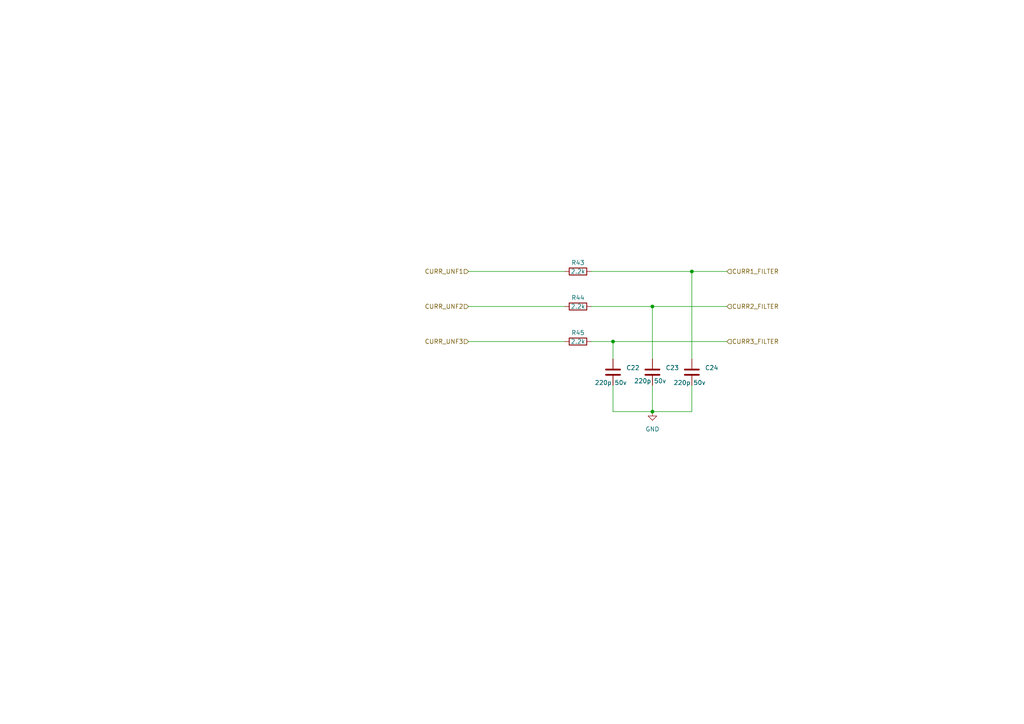
<source format=kicad_sch>
(kicad_sch (version 20230121) (generator eeschema)
  (paper "A4")
  (lib_symbols
    (symbol "Device:C" (pin_numbers hide) (pin_names (offset 0.254))
      (property "Reference" "C" (at 0.635 2.54 0))
      (property "Value" "C" (at 0.635 -2.54 0))
      (symbol "C_0_1"
        (polyline (pts (xy -2.032 -0.762) (xy 2.032 -0.762)) (stroke (width 0.508)))
        (polyline (pts (xy -2.032 0.762) (xy 2.032 0.762)) (stroke (width 0.508)))
      )
      (symbol "C_1_1"
        (pin passive line (at 0 3.81 270) (length 2.794) (name "~") (number "1"))
        (pin passive line (at 0 -3.81 90) (length 2.794) (name "~") (number "2"))
      )
    )
    (symbol "Device:R" (pin_numbers hide) (pin_names (offset 0))
      (property "Reference" "R" (at 2.032 0 90))
      (property "Value" "R" (at 0 0 90))
      (symbol "R_0_1"
        (rectangle (start -1.016 -2.54) (end 1.016 2.54) (stroke (width 0.254)))
      )
      (symbol "R_1_1"
        (pin passive line (at 0 3.81 270) (length 1.27) (name "~") (number "1"))
        (pin passive line (at 0 -3.81 90) (length 1.27) (name "~") (number "2"))
      )
    )
    (symbol "power:GND" (power) (pin_names (offset 0))
      (property "Value" "GND" (at 0 -3.81 0))
      (symbol "GND_0_1"
        (polyline (pts (xy 0 0) (xy 0 -1.27) (xy 1.27 -1.27) (xy 0 -2.54) (xy -1.27 -1.27) (xy 0 -1.27)))
      )
      (symbol "GND_1_1"
        (pin power_in line (at 0 0 270) (length 0) hide (name "GND") (number "1"))
      )
    )
  )
  (junction (at 189.23 119.38))
  (junction (at 200.66 78.74))
  (junction (at 189.23 88.9))
  (junction (at 177.8 99.06))
  (wire (pts (xy 177.8 119.38) (xy 189.23 119.38)))
  (wire (pts (xy 177.8 104.14) (xy 177.8 99.06)))
  (wire (pts (xy 200.66 119.38) (xy 189.23 119.38)))
  (wire (pts (xy 171.45 88.9) (xy 189.23 88.9)))
  (wire (pts (xy 200.66 78.74) (xy 210.82 78.74)))
  (wire (pts (xy 177.8 99.06) (xy 171.45 99.06)))
  (wire (pts (xy 189.23 111.76) (xy 189.23 119.38)))
  (wire (pts (xy 200.66 78.74) (xy 200.66 104.14)))
  (wire (pts (xy 135.89 78.74) (xy 163.83 78.74)))
  (wire (pts (xy 171.45 78.74) (xy 200.66 78.74)))
  (wire (pts (xy 177.8 111.76) (xy 177.8 119.38)))
  (wire (pts (xy 177.8 99.06) (xy 210.82 99.06)))
  (wire (pts (xy 189.23 88.9) (xy 210.82 88.9)))
  (wire (pts (xy 189.23 88.9) (xy 189.23 104.14)))
  (wire (pts (xy 135.89 88.9) (xy 163.83 88.9)))
  (wire (pts (xy 135.89 99.06) (xy 163.83 99.06)))
  (wire (pts (xy 200.66 111.76) (xy 200.66 119.38)))
  (hierarchical_label "CURR_UNF3" (shape input) (at 135.89 99.06 180))
  (hierarchical_label "CURR2_FILTER" (shape input) (at 210.82 88.9 0))
  (hierarchical_label "CURR1_FILTER" (shape input) (at 210.82 78.74 0))
  (hierarchical_label "CURR_UNF1" (shape input) (at 135.89 78.74 180))
  (hierarchical_label "CURR3_FILTER" (shape input) (at 210.82 99.06 0))
  (hierarchical_label "CURR_UNF2" (shape input) (at 135.89 88.9 180))
  (symbol (lib_id "Device:R") (at 167.64 99.06 90) (unit 1)
    (property "Reference" "R45" (at 167.64 96.52 90))
    (property "Value" "2.2k" (at 167.64 99.06 90))
    (property "Footprint" "Resistor_SMD:R_0805_2012Metric" (effects hide))
  )
  (symbol (lib_id "power:GND") (at 189.23 119.38 0) (unit 1)
    (property "Reference" "#PWR058" (effects hide))
    (property "Value" "GND" (at 189.23 124.46 0))
  )
  (symbol (lib_id "Device:R") (at 167.64 78.74 90) (unit 1)
    (property "Reference" "R43" (at 167.64 76.2 90))
    (property "Value" "2.2k" (at 167.64 78.74 90))
    (property "Footprint" "Resistor_SMD:R_0805_2012Metric" (effects hide))
  )
  (symbol (lib_id "Device:C") (at 200.66 107.95 0) (unit 1)
    (property "Reference" "C24" (at 204.47 106.68 0) (effects (justify left)))
    (property "Value" "220p 50v" (at 195.326 110.998 0) (effects (justify left)))
    (property "Footprint" "Capacitor_SMD:C_0805_2012Metric" (effects hide))
  )
  (symbol (lib_id "Device:C") (at 177.8 107.95 0) (unit 1)
    (property "Reference" "C22" (at 181.61 106.68 0) (effects (justify left)))
    (property "Value" "220p 50v" (at 172.466 110.998 0) (effects (justify left)))
    (property "Footprint" "Capacitor_SMD:C_0805_2012Metric" (effects hide))
    (property "MPN" "C107145" (effects hide))
  )
  (symbol (lib_id "Device:R") (at 167.64 88.9 90) (unit 1)
    (property "Reference" "R44" (at 167.64 86.36 90))
    (property "Value" "2.2k" (at 167.64 88.9 90))
    (property "Footprint" "Resistor_SMD:R_0805_2012Metric" (effects hide))
  )
  (symbol (lib_id "Device:C") (at 189.23 107.95 0) (unit 1)
    (property "Reference" "C23" (at 193.04 106.68 0) (effects (justify left)))
    (property "Value" "220p 50v" (at 183.896 110.49 0) (effects (justify left)))
    (property "Footprint" "Capacitor_SMD:C_0805_2012Metric" (effects hide))
  )
)
</source>
